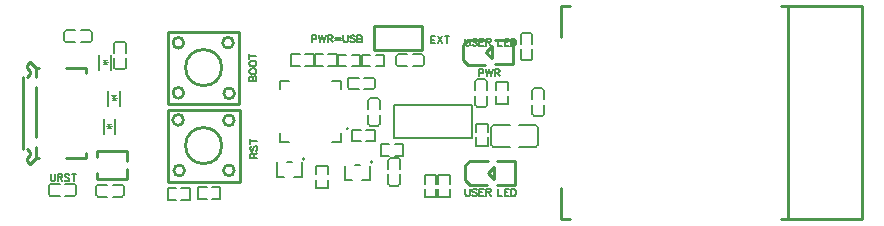
<source format=gto>
G04 Layer: TopSilkscreenLayer*
G04 EasyEDA v6.5.42, 2024-04-08 08:38:15*
G04 e5b43dc0649c40c7af9ec927a61642e9,25835901624346e3b29966769a4e042a,10*
G04 Gerber Generator version 0.2*
G04 Scale: 100 percent, Rotated: No, Reflected: No *
G04 Dimensions in inches *
G04 leading zeros omitted , absolute positions ,3 integer and 6 decimal *
%FSLAX36Y36*%
%MOIN*%

%ADD10C,0.0060*%
%ADD11C,0.0060*%
%ADD12C,0.0051*%
%ADD13C,0.0039*%
%ADD14C,0.0100*%
%ADD15C,0.0059*%
%ADD16C,0.0143*%

%LPD*%
D10*
X2471999Y744499D02*
G01*
X2471999Y720700D01*
X2471999Y744499D02*
G01*
X2482200Y744499D01*
X2485600Y743400D01*
X2486800Y742300D01*
X2487899Y740000D01*
X2487899Y736599D01*
X2486800Y734299D01*
X2485600Y733200D01*
X2482200Y731999D01*
X2471999Y731999D01*
X2495399Y744499D02*
G01*
X2501099Y720700D01*
X2506800Y744499D02*
G01*
X2501099Y720700D01*
X2506800Y744499D02*
G01*
X2512500Y720700D01*
X2518100Y744499D02*
G01*
X2512500Y720700D01*
X2525600Y744499D02*
G01*
X2525600Y720700D01*
X2525600Y744499D02*
G01*
X2535900Y744499D01*
X2539300Y743400D01*
X2540399Y742300D01*
X2541499Y740000D01*
X2541499Y737699D01*
X2540399Y735399D01*
X2539300Y734299D01*
X2535900Y733200D01*
X2525600Y733200D01*
X2533599Y733200D02*
G01*
X2541499Y720700D01*
X2312500Y854800D02*
G01*
X2312500Y830999D01*
X2312500Y854800D02*
G01*
X2327299Y854800D01*
X2312500Y843499D02*
G01*
X2321599Y843499D01*
X2312500Y830999D02*
G01*
X2327299Y830999D01*
X2334799Y854800D02*
G01*
X2350699Y830999D01*
X2350699Y854800D02*
G01*
X2334799Y830999D01*
X2366099Y854800D02*
G01*
X2366099Y830999D01*
X2358199Y854800D02*
G01*
X2374099Y854800D01*
X1915299Y857800D02*
G01*
X1915299Y834000D01*
X1915299Y857800D02*
G01*
X1925500Y857800D01*
X1928900Y856700D01*
X1930100Y855599D01*
X1931199Y853299D01*
X1931199Y849899D01*
X1930100Y847600D01*
X1928900Y846500D01*
X1925500Y845300D01*
X1915299Y845300D01*
X1938699Y857800D02*
G01*
X1944399Y834000D01*
X1950100Y857800D02*
G01*
X1944399Y834000D01*
X1950100Y857800D02*
G01*
X1955799Y834000D01*
X1961400Y857800D02*
G01*
X1955799Y834000D01*
X1968900Y857800D02*
G01*
X1968900Y834000D01*
X1968900Y857800D02*
G01*
X1979200Y857800D01*
X1982600Y856700D01*
X1983699Y855599D01*
X1984799Y853299D01*
X1984799Y850999D01*
X1983699Y848699D01*
X1982600Y847600D01*
X1979200Y846500D01*
X1968900Y846500D01*
X1976899Y846500D02*
G01*
X1984799Y834000D01*
X1992299Y847600D02*
G01*
X2012799Y847600D01*
X1992299Y840799D02*
G01*
X2012799Y840799D01*
X2020299Y857800D02*
G01*
X2020299Y840799D01*
X2021400Y837399D01*
X2023699Y835100D01*
X2027100Y834000D01*
X2029399Y834000D01*
X2032799Y835100D01*
X2035100Y837399D01*
X2036199Y840799D01*
X2036199Y857800D01*
X2059600Y854400D02*
G01*
X2057299Y856700D01*
X2053900Y857800D01*
X2049399Y857800D01*
X2046000Y856700D01*
X2043699Y854400D01*
X2043699Y852100D01*
X2044799Y849899D01*
X2046000Y848699D01*
X2048299Y847600D01*
X2055100Y845300D01*
X2057299Y844200D01*
X2058500Y843099D01*
X2059600Y840799D01*
X2059600Y837399D01*
X2057299Y835100D01*
X2053900Y834000D01*
X2049399Y834000D01*
X2046000Y835100D01*
X2043699Y837399D01*
X2067100Y857800D02*
G01*
X2067100Y834000D01*
X2067100Y857800D02*
G01*
X2077299Y857800D01*
X2080799Y856700D01*
X2081899Y855599D01*
X2083000Y853299D01*
X2083000Y850999D01*
X2081899Y848699D01*
X2080799Y847600D01*
X2077299Y846500D01*
X2067100Y846500D02*
G01*
X2077299Y846500D01*
X2080799Y845300D01*
X2081899Y844200D01*
X2083000Y841900D01*
X2083000Y838499D01*
X2081899Y836199D01*
X2080799Y835100D01*
X2077299Y834000D01*
X2067100Y834000D01*
X2427299Y345999D02*
G01*
X2427299Y329000D01*
X2428400Y325599D01*
X2430699Y323299D01*
X2434099Y322199D01*
X2436400Y322199D01*
X2439799Y323299D01*
X2442100Y325599D01*
X2443199Y329000D01*
X2443199Y345999D01*
X2466599Y342600D02*
G01*
X2464300Y344899D01*
X2460900Y345999D01*
X2456400Y345999D01*
X2453000Y344899D01*
X2450699Y342600D01*
X2450699Y340300D01*
X2451800Y338099D01*
X2453000Y336900D01*
X2455299Y335799D01*
X2462100Y333499D01*
X2464300Y332399D01*
X2465500Y331300D01*
X2466599Y329000D01*
X2466599Y325599D01*
X2464300Y323299D01*
X2460900Y322199D01*
X2456400Y322199D01*
X2453000Y323299D01*
X2450699Y325599D01*
X2474099Y345999D02*
G01*
X2474099Y322199D01*
X2474099Y345999D02*
G01*
X2488900Y345999D01*
X2474099Y334699D02*
G01*
X2483199Y334699D01*
X2474099Y322199D02*
G01*
X2488900Y322199D01*
X2496400Y345999D02*
G01*
X2496400Y322199D01*
X2496400Y345999D02*
G01*
X2506599Y345999D01*
X2510000Y344899D01*
X2511199Y343800D01*
X2512299Y341500D01*
X2512299Y339200D01*
X2511199Y336900D01*
X2510000Y335799D01*
X2506599Y334699D01*
X2496400Y334699D01*
X2504300Y334699D02*
G01*
X2512299Y322199D01*
X2537299Y345999D02*
G01*
X2537299Y322199D01*
X2537299Y322199D02*
G01*
X2550900Y322199D01*
X2558400Y345999D02*
G01*
X2558400Y322199D01*
X2558400Y345999D02*
G01*
X2573199Y345999D01*
X2558400Y334699D02*
G01*
X2567500Y334699D01*
X2558400Y322199D02*
G01*
X2573199Y322199D01*
X2580699Y345999D02*
G01*
X2580699Y322199D01*
X2580699Y345999D02*
G01*
X2588699Y345999D01*
X2592100Y344899D01*
X2594300Y342600D01*
X2595500Y340300D01*
X2596599Y336900D01*
X2596599Y331300D01*
X2595500Y327800D01*
X2594300Y325599D01*
X2592100Y323299D01*
X2588699Y322199D01*
X2580699Y322199D01*
X1706999Y705399D02*
G01*
X1730799Y705399D01*
X1706999Y705399D02*
G01*
X1706999Y715599D01*
X1708100Y719000D01*
X1709200Y720199D01*
X1711499Y721300D01*
X1713800Y721300D01*
X1716099Y720199D01*
X1717200Y719000D01*
X1718299Y715599D01*
X1718299Y705399D02*
G01*
X1718299Y715599D01*
X1719499Y719000D01*
X1720600Y720199D01*
X1722899Y721300D01*
X1726300Y721300D01*
X1728599Y720199D01*
X1729700Y719000D01*
X1730799Y715599D01*
X1730799Y705399D01*
X1706999Y735599D02*
G01*
X1708100Y733400D01*
X1710399Y731100D01*
X1712700Y729899D01*
X1716099Y728800D01*
X1721700Y728800D01*
X1725200Y729899D01*
X1727399Y731100D01*
X1729700Y733400D01*
X1730799Y735599D01*
X1730799Y740199D01*
X1729700Y742399D01*
X1727399Y744699D01*
X1725200Y745900D01*
X1721700Y746999D01*
X1716099Y746999D01*
X1712700Y745900D01*
X1710399Y744699D01*
X1708100Y742399D01*
X1706999Y740199D01*
X1706999Y735599D01*
X1706999Y761300D02*
G01*
X1708100Y759000D01*
X1710399Y756799D01*
X1712700Y755599D01*
X1716099Y754499D01*
X1721700Y754499D01*
X1725200Y755599D01*
X1727399Y756799D01*
X1729700Y759000D01*
X1730799Y761300D01*
X1730799Y765900D01*
X1729700Y768099D01*
X1727399Y770399D01*
X1725200Y771500D01*
X1721700Y772699D01*
X1716099Y772699D01*
X1712700Y771500D01*
X1710399Y770399D01*
X1708100Y768099D01*
X1706999Y765900D01*
X1706999Y761300D01*
X1706999Y788099D02*
G01*
X1730799Y788099D01*
X1706999Y780199D02*
G01*
X1706999Y796100D01*
X1710699Y449800D02*
G01*
X1734499Y449800D01*
X1710699Y449800D02*
G01*
X1710699Y460000D01*
X1711800Y463400D01*
X1712899Y464600D01*
X1715200Y465700D01*
X1717500Y465700D01*
X1719799Y464600D01*
X1720900Y463400D01*
X1721999Y460000D01*
X1721999Y449800D01*
X1721999Y457800D02*
G01*
X1734499Y465700D01*
X1714099Y489099D02*
G01*
X1711800Y486799D01*
X1710699Y483400D01*
X1710699Y478899D01*
X1711800Y475500D01*
X1714099Y473200D01*
X1716400Y473200D01*
X1718599Y474299D01*
X1719799Y475500D01*
X1720900Y477800D01*
X1723199Y484600D01*
X1724300Y486799D01*
X1725399Y488000D01*
X1727700Y489099D01*
X1731099Y489099D01*
X1733400Y486799D01*
X1734499Y483400D01*
X1734499Y478899D01*
X1733400Y475500D01*
X1731099Y473200D01*
X1710699Y504600D02*
G01*
X1734499Y504600D01*
X1710699Y496599D02*
G01*
X1710699Y512500D01*
X1044799Y396100D02*
G01*
X1044799Y379099D01*
X1045900Y375700D01*
X1048199Y373400D01*
X1051599Y372300D01*
X1053900Y372300D01*
X1057299Y373400D01*
X1059600Y375700D01*
X1060699Y379099D01*
X1060699Y396100D01*
X1068199Y396100D02*
G01*
X1068199Y372300D01*
X1068199Y396100D02*
G01*
X1078400Y396100D01*
X1081800Y395000D01*
X1083000Y393899D01*
X1084099Y391599D01*
X1084099Y389299D01*
X1083000Y386999D01*
X1081800Y385900D01*
X1078400Y384800D01*
X1068199Y384800D01*
X1076199Y384800D02*
G01*
X1084099Y372300D01*
X1107500Y392699D02*
G01*
X1105299Y395000D01*
X1101800Y396100D01*
X1097299Y396100D01*
X1093900Y395000D01*
X1091599Y392699D01*
X1091599Y390399D01*
X1092799Y388200D01*
X1093900Y386999D01*
X1096199Y385900D01*
X1103000Y383600D01*
X1105299Y382500D01*
X1106400Y381399D01*
X1107500Y379099D01*
X1107500Y375700D01*
X1105299Y373400D01*
X1101800Y372300D01*
X1097299Y372300D01*
X1093900Y373400D01*
X1091599Y375700D01*
X1123000Y396100D02*
G01*
X1123000Y372300D01*
X1115000Y396100D02*
G01*
X1130900Y396100D01*
X2427029Y846440D02*
G01*
X2427029Y829441D01*
X2428128Y826041D01*
X2430429Y823741D01*
X2433828Y822640D01*
X2436129Y822640D01*
X2439529Y823741D01*
X2441828Y826041D01*
X2442929Y829441D01*
X2442929Y846440D01*
X2466328Y843040D02*
G01*
X2464029Y845340D01*
X2460628Y846440D01*
X2456129Y846440D01*
X2452728Y845340D01*
X2450429Y843040D01*
X2450429Y840740D01*
X2451529Y838541D01*
X2452728Y837341D01*
X2455029Y836241D01*
X2461828Y833940D01*
X2464029Y832840D01*
X2465228Y831741D01*
X2466328Y829441D01*
X2466328Y826041D01*
X2464029Y823741D01*
X2460628Y822640D01*
X2456129Y822640D01*
X2452728Y823741D01*
X2450429Y826041D01*
X2473828Y846440D02*
G01*
X2473828Y822640D01*
X2473828Y846440D02*
G01*
X2488629Y846440D01*
X2473828Y835140D02*
G01*
X2482929Y835140D01*
X2473828Y822640D02*
G01*
X2488629Y822640D01*
X2496129Y846440D02*
G01*
X2496129Y822640D01*
X2496129Y846440D02*
G01*
X2506328Y846440D01*
X2509728Y845340D01*
X2510928Y844241D01*
X2512029Y841941D01*
X2512029Y839641D01*
X2510928Y837341D01*
X2509728Y836241D01*
X2506328Y835140D01*
X2496129Y835140D01*
X2504029Y835140D02*
G01*
X2512029Y822640D01*
X2537029Y846440D02*
G01*
X2537029Y822640D01*
X2537029Y822640D02*
G01*
X2550628Y822640D01*
X2558128Y846440D02*
G01*
X2558128Y822640D01*
X2558128Y846440D02*
G01*
X2572929Y846440D01*
X2558128Y835140D02*
G01*
X2567228Y835140D01*
X2558128Y822640D02*
G01*
X2572929Y822640D01*
X2580429Y846440D02*
G01*
X2580429Y822640D01*
X2580429Y846440D02*
G01*
X2588428Y846440D01*
X2591828Y845340D01*
X2594029Y843040D01*
X2595228Y840740D01*
X2596328Y837341D01*
X2596328Y831741D01*
X2595228Y828240D01*
X2594029Y826041D01*
X2591828Y823741D01*
X2588428Y822640D01*
X2580429Y822640D01*
G36*
X1215980Y776280D02*
G01*
X1226980Y767280D01*
X1237980Y776280D01*
G37*
G36*
X1226980Y767280D02*
G01*
X1215980Y758300D01*
X1237980Y758300D01*
G37*
G36*
X1246000Y657000D02*
G01*
X1257000Y648000D01*
X1268000Y657000D01*
G37*
G36*
X1257000Y648000D02*
G01*
X1246000Y639000D01*
X1268000Y639000D01*
G37*
G36*
X1241000Y554000D02*
G01*
X1230000Y545000D01*
X1252000Y545000D01*
G37*
G36*
X1230000Y563000D02*
G01*
X1241000Y554000D01*
X1252000Y563000D01*
G37*
D11*
X2075163Y424000D02*
G01*
X2058837Y424000D01*
X2084323Y374394D02*
G01*
X2108732Y374394D01*
X2108732Y374394D02*
G01*
X2108732Y423211D01*
X2108732Y423605D01*
X2025267Y374394D02*
G01*
X2025267Y423605D01*
X2025267Y374394D02*
G01*
X2049573Y374394D01*
X1848463Y434670D02*
G01*
X1832137Y434670D01*
X1857623Y385064D02*
G01*
X1882031Y385064D01*
X1882031Y385064D02*
G01*
X1882031Y433881D01*
X1882031Y434275D01*
X1798567Y385064D02*
G01*
X1798567Y434275D01*
X1798567Y385064D02*
G01*
X1822872Y385064D01*
D10*
X2202950Y754722D02*
G01*
X2234056Y754722D01*
X2234056Y793982D02*
G01*
X2202950Y793982D01*
X2196949Y787982D02*
G01*
X2196949Y760722D01*
X2282974Y754722D02*
G01*
X2251868Y754722D01*
X2251868Y793982D02*
G01*
X2282974Y793982D01*
X2288973Y787982D02*
G01*
X2288973Y760722D01*
X2499629Y624987D02*
G01*
X2499629Y656093D01*
X2460370Y656093D02*
G01*
X2460370Y624987D01*
X2466369Y618987D02*
G01*
X2493630Y618987D01*
X2499629Y705012D02*
G01*
X2499629Y673906D01*
X2460370Y673906D02*
G01*
X2460370Y705012D01*
X2466369Y711012D02*
G01*
X2493630Y711012D01*
X2040727Y677712D02*
G01*
X2071833Y677712D01*
X2071833Y716972D02*
G01*
X2040727Y716972D01*
X2034727Y710972D02*
G01*
X2034727Y683712D01*
X2120752Y677712D02*
G01*
X2089646Y677712D01*
X2089646Y716972D02*
G01*
X2120752Y716972D01*
X2126751Y710972D02*
G01*
X2126751Y683712D01*
X2142629Y561988D02*
G01*
X2142629Y593094D01*
X2103370Y593094D02*
G01*
X2103370Y561988D01*
X2109369Y555988D02*
G01*
X2136629Y555988D01*
X2142629Y642011D02*
G01*
X2142629Y610906D01*
X2103370Y610906D02*
G01*
X2103370Y642011D01*
X2109369Y648011D02*
G01*
X2136629Y648011D01*
X1295185Y750109D02*
G01*
X1295185Y781215D01*
X1255924Y781215D02*
G01*
X1255924Y750109D01*
X1261925Y744108D02*
G01*
X1289184Y744108D01*
X1295185Y830133D02*
G01*
X1295185Y799027D01*
X1255924Y799027D02*
G01*
X1255924Y830133D01*
X1261925Y836132D02*
G01*
X1289184Y836132D01*
X1044431Y321601D02*
G01*
X1075537Y321601D01*
X1075537Y360862D02*
G01*
X1044431Y360862D01*
X1038432Y354861D02*
G01*
X1038432Y327602D01*
X1124456Y321601D02*
G01*
X1093350Y321601D01*
X1093350Y360862D02*
G01*
X1124456Y360862D01*
X1130456Y354861D02*
G01*
X1130456Y327602D01*
X1176122Y873825D02*
G01*
X1145016Y873825D01*
X1145016Y834564D02*
G01*
X1176122Y834564D01*
X1182123Y840565D02*
G01*
X1182123Y867824D01*
X1096099Y873825D02*
G01*
X1127205Y873825D01*
X1127205Y834564D02*
G01*
X1096099Y834564D01*
X1090099Y840565D02*
G01*
X1090099Y867824D01*
X2689629Y594987D02*
G01*
X2689629Y626093D01*
X2650370Y626093D02*
G01*
X2650370Y594987D01*
X2656369Y588987D02*
G01*
X2683630Y588987D01*
X2689629Y675012D02*
G01*
X2689629Y643906D01*
X2650370Y643906D02*
G01*
X2650370Y675012D01*
X2656369Y681012D02*
G01*
X2683630Y681012D01*
X2170924Y442910D02*
G01*
X2170924Y411804D01*
X2210185Y411804D02*
G01*
X2210185Y442910D01*
X2204184Y448910D02*
G01*
X2176925Y448910D01*
X2170924Y362887D02*
G01*
X2170924Y393993D01*
X2210185Y393993D02*
G01*
X2210185Y362887D01*
X2204184Y356887D02*
G01*
X2176925Y356887D01*
X2611369Y860012D02*
G01*
X2611369Y828906D01*
X2650630Y828906D02*
G01*
X2650630Y860012D01*
X2644629Y866012D02*
G01*
X2617370Y866012D01*
X2611369Y779987D02*
G01*
X2611369Y811093D01*
X2650630Y811093D02*
G01*
X2650630Y779987D01*
X2644629Y773987D02*
G01*
X2617370Y773987D01*
X1282789Y359565D02*
G01*
X1251683Y359565D01*
X1251683Y320306D02*
G01*
X1282789Y320306D01*
X1288788Y326305D02*
G01*
X1288788Y353566D01*
X1202764Y359565D02*
G01*
X1233870Y359565D01*
X1233870Y320306D02*
G01*
X1202764Y320306D01*
X1196764Y326305D02*
G01*
X1196764Y353566D01*
X2520172Y486750D02*
G01*
X2575684Y486750D01*
X2575684Y557899D02*
G01*
X2520172Y557899D01*
X2514171Y551900D02*
G01*
X2514171Y492750D01*
X2662785Y486750D02*
G01*
X2607273Y486750D01*
X2607273Y557899D02*
G01*
X2662785Y557899D01*
X2668786Y551900D02*
G01*
X2668786Y492750D01*
D12*
X1207299Y741698D02*
G01*
X1207299Y792881D01*
X1246669Y741698D02*
G01*
X1246669Y792881D01*
D13*
X1217983Y767289D02*
G01*
X1236984Y767289D01*
D12*
X1237314Y622408D02*
G01*
X1237314Y673591D01*
X1276684Y622408D02*
G01*
X1276684Y673591D01*
D13*
X1248000Y648000D02*
G01*
X1266999Y648000D01*
D12*
X1260685Y579591D02*
G01*
X1260685Y528409D01*
X1221315Y579591D02*
G01*
X1221315Y528409D01*
D13*
X1250000Y554000D02*
G01*
X1231000Y554000D01*
D14*
X2122314Y887345D02*
G01*
X2282155Y887345D01*
X2122314Y887345D02*
G01*
X2122314Y808604D01*
X2282155Y887345D02*
G01*
X2282155Y808604D01*
X2122314Y808604D02*
G01*
X2282155Y808604D01*
X1164056Y449989D02*
G01*
X1164054Y466141D01*
X1164056Y749209D02*
G01*
X1164054Y733438D01*
X1164056Y449989D02*
G01*
X1095986Y449989D01*
X1164056Y749209D02*
G01*
X1096297Y749209D01*
X951457Y720000D02*
G01*
X951457Y480000D01*
X997357Y450000D02*
G01*
X977357Y430000D01*
X967357Y440000D01*
X967357Y450000D01*
X977357Y460000D01*
X977357Y470000D01*
X967357Y480000D01*
X997357Y750000D02*
G01*
X997357Y720000D01*
X997357Y686610D02*
G01*
X997357Y520000D01*
X997357Y486610D02*
G01*
X997357Y450000D01*
X997357Y750000D02*
G01*
X977357Y770000D01*
X967357Y760000D01*
X967357Y750000D01*
X977357Y740000D01*
X977357Y730000D01*
X967357Y720000D01*
X1007727Y449989D02*
G01*
X997357Y449989D01*
X1007416Y749209D02*
G01*
X997357Y749209D01*
X1298055Y411550D02*
G01*
X1298055Y379454D01*
X1298055Y471975D02*
G01*
X1298055Y439879D01*
X1198055Y398667D02*
G01*
X1198055Y379454D01*
X1198055Y471975D02*
G01*
X1198055Y452762D01*
X1298055Y379454D02*
G01*
X1198055Y379454D01*
X1298055Y471975D02*
G01*
X1198055Y471975D01*
X2515887Y820599D02*
G01*
X2500138Y804850D01*
X2496202Y800913D01*
X2500138Y796966D01*
X2515887Y781219D01*
X2515887Y820599D02*
G01*
X2515887Y781219D01*
X2525462Y760864D02*
G01*
X2586463Y760864D01*
X2586463Y840864D01*
X2525462Y840864D01*
X2494462Y759863D02*
G01*
X2436463Y759863D01*
X2420462Y775864D01*
X2420462Y825864D01*
X2435462Y840864D01*
X2495462Y840864D01*
X2522183Y419302D02*
G01*
X2506435Y403555D01*
X2502497Y399618D01*
X2506435Y395671D01*
X2522183Y379922D01*
X2522183Y419302D02*
G01*
X2522183Y379922D01*
X2531759Y359567D02*
G01*
X2592758Y359567D01*
X2592758Y439567D01*
X2531759Y439567D01*
X2500758Y358568D02*
G01*
X2442758Y358568D01*
X2426759Y374567D01*
X2426759Y424567D01*
X2441759Y439567D01*
X2501759Y439567D01*
D10*
X2530370Y673906D02*
G01*
X2530370Y702175D01*
X2569629Y702175D01*
X2569629Y673906D01*
X2530370Y656093D02*
G01*
X2530370Y627824D01*
X2569629Y627824D01*
X2569629Y656093D01*
X2502915Y517091D02*
G01*
X2502915Y488823D01*
X2463654Y488823D01*
X2463654Y517091D01*
X2502915Y534904D02*
G01*
X2502915Y563173D01*
X2463654Y563173D01*
X2463654Y534904D01*
X1971174Y794009D02*
G01*
X1999443Y794009D01*
X1999443Y754749D01*
X1971174Y754749D01*
X1953361Y794009D02*
G01*
X1925092Y794009D01*
X1925092Y754749D01*
X1953361Y754749D01*
X1463361Y309564D02*
G01*
X1435092Y309564D01*
X1435092Y348825D01*
X1463361Y348825D01*
X1481174Y309564D02*
G01*
X1509443Y309564D01*
X1509443Y348825D01*
X1481174Y348825D01*
X1565028Y311601D02*
G01*
X1536759Y311601D01*
X1536759Y350862D01*
X1565028Y350862D01*
X1582839Y311601D02*
G01*
X1611108Y311601D01*
X1611108Y350862D01*
X1582839Y350862D01*
X2079102Y504380D02*
G01*
X2050833Y504380D01*
X2050833Y543640D01*
X2079102Y543640D01*
X2096913Y504380D02*
G01*
X2125182Y504380D01*
X2125182Y543640D01*
X2096913Y543640D01*
X2048581Y793083D02*
G01*
X2076850Y793083D01*
X2076850Y753823D01*
X2048581Y753823D01*
X2030769Y793083D02*
G01*
X2002500Y793083D01*
X2002500Y753823D01*
X2030769Y753823D01*
X1875398Y755306D02*
G01*
X1847129Y755306D01*
X1847129Y794565D01*
X1875398Y794565D01*
X1893211Y755306D02*
G01*
X1921480Y755306D01*
X1921480Y794565D01*
X1893211Y794565D01*
X1930370Y393906D02*
G01*
X1930370Y422175D01*
X1969629Y422175D01*
X1969629Y393906D01*
X1930370Y376093D02*
G01*
X1930370Y347824D01*
X1969629Y347824D01*
X1969629Y376093D01*
X2128581Y793640D02*
G01*
X2156850Y793640D01*
X2156850Y754380D01*
X2128581Y754380D01*
X2110769Y793640D02*
G01*
X2082500Y793640D01*
X2082500Y754380D01*
X2110769Y754380D01*
X2191359Y496046D02*
G01*
X2219628Y496046D01*
X2219628Y456786D01*
X2191359Y456786D01*
X2173546Y496046D02*
G01*
X2145277Y496046D01*
X2145277Y456786D01*
X2173546Y456786D01*
X2337822Y363101D02*
G01*
X2337822Y391370D01*
X2377083Y391370D01*
X2377083Y363101D01*
X2337822Y345288D02*
G01*
X2337822Y317020D01*
X2377083Y317020D01*
X2377083Y345288D01*
X2291896Y363470D02*
G01*
X2291896Y391739D01*
X2331157Y391739D01*
X2331157Y363470D01*
X2291896Y345659D02*
G01*
X2291896Y317390D01*
X2331157Y317390D01*
X2331157Y345659D01*
X2450952Y516008D02*
G01*
X2189047Y516008D01*
X2189047Y623991D01*
X2450952Y623991D01*
X2450952Y516008D01*
X1837933Y503575D02*
G01*
X1808575Y503575D01*
X1808575Y532932D01*
X1837933Y706424D02*
G01*
X1808575Y706424D01*
X1808575Y677067D01*
X1982066Y503575D02*
G01*
X2011424Y503575D01*
X2011424Y532932D01*
X1982066Y706424D02*
G01*
X2011424Y706424D01*
X2011424Y677067D01*
D14*
X3748681Y245666D02*
G01*
X3494119Y245666D01*
X3748681Y954328D02*
G01*
X3494745Y954328D01*
X3748681Y245666D02*
G01*
X3748681Y954328D01*
X3501282Y245666D02*
G01*
X3501282Y954328D01*
X3481247Y244996D02*
G01*
X3501282Y244996D01*
X2744745Y348180D02*
G01*
X2744745Y244996D01*
X2777611Y244996D01*
X2777611Y954328D02*
G01*
X2744745Y954328D01*
X2744745Y851813D01*
X3501282Y954328D02*
G01*
X3481247Y954328D01*
X1675100Y610100D02*
G01*
X1675100Y369899D01*
X1437799Y369899D01*
X1437799Y610100D01*
X1675100Y610100D01*
X1434899Y629899D02*
G01*
X1434899Y870100D01*
X1672200Y870100D01*
X1672200Y629899D01*
X1434899Y629899D01*
D10*
G75*
G01*
X2202950Y793982D02*
G03*
X2196950Y787982I0J-6000D01*
G75*
G01*
X2196950Y760722D02*
G03*
X2202950Y754722I6000J0D01*
G75*
G01*
X2282974Y793982D02*
G02*
X2288974Y787982I0J-6000D01*
G75*
G01*
X2288974Y760722D02*
G02*
X2282974Y754722I-6000J0D01*
G75*
G01*
X2460370Y624988D02*
G03*
X2466370Y618988I6000J0D01*
G75*
G01*
X2493630Y618988D02*
G03*
X2499630Y624988I0J6000D01*
G75*
G01*
X2460370Y705012D02*
G02*
X2466370Y711012I6000J0D01*
G75*
G01*
X2493630Y711012D02*
G02*
X2499630Y705012I0J-6000D01*
G75*
G01*
X2040728Y716973D02*
G03*
X2034728Y710973I0J-6000D01*
G75*
G01*
X2034728Y683713D02*
G03*
X2040728Y677713I6000J0D01*
G75*
G01*
X2120752Y716973D02*
G02*
X2126752Y710973I0J-6000D01*
G75*
G01*
X2126752Y683713D02*
G02*
X2120752Y677713I-6000J0D01*
G75*
G01*
X2103370Y561988D02*
G03*
X2109370Y555988I6000J0D01*
G75*
G01*
X2136630Y555988D02*
G03*
X2142630Y561988I0J6000D01*
G75*
G01*
X2103370Y642012D02*
G02*
X2109370Y648012I6000J0D01*
G75*
G01*
X2136630Y648012D02*
G02*
X2142630Y642012I0J-6000D01*
G75*
G01*
X1255925Y750109D02*
G03*
X1261925Y744109I6000J0D01*
G75*
G01*
X1289185Y744109D02*
G03*
X1295185Y750109I0J6000D01*
G75*
G01*
X1255925Y830133D02*
G02*
X1261925Y836133I6000J0D01*
G75*
G01*
X1289185Y836133D02*
G02*
X1295185Y830133I0J-6000D01*
G75*
G01*
X1044432Y360862D02*
G03*
X1038432Y354862I0J-6000D01*
G75*
G01*
X1038432Y327602D02*
G03*
X1044432Y321602I6000J0D01*
G75*
G01*
X1124456Y360862D02*
G02*
X1130456Y354862I0J-6000D01*
G75*
G01*
X1130456Y327602D02*
G02*
X1124456Y321602I-6000J0D01*
G75*
G01*
X1176123Y834565D02*
G03*
X1182123Y840565I0J6000D01*
G75*
G01*
X1182123Y867825D02*
G03*
X1176123Y873825I-6000J0D01*
G75*
G01*
X1096099Y834565D02*
G02*
X1090099Y840565I0J6000D01*
G75*
G01*
X1090099Y867825D02*
G02*
X1096099Y873825I6000J0D01*
G75*
G01*
X2650370Y594988D02*
G03*
X2656370Y588988I6000J0D01*
G75*
G01*
X2683630Y588988D02*
G03*
X2689630Y594988I0J6000D01*
G75*
G01*
X2650370Y675012D02*
G02*
X2656370Y681012I6000J0D01*
G75*
G01*
X2683630Y681012D02*
G02*
X2689630Y675012I0J-6000D01*
G75*
G01*
X2210185Y442911D02*
G03*
X2204185Y448911I-6000J0D01*
G75*
G01*
X2176925Y448911D02*
G03*
X2170925Y442911I0J-6000D01*
G75*
G01*
X2210185Y362887D02*
G02*
X2204185Y356887I-6000J0D01*
G75*
G01*
X2176925Y356887D02*
G02*
X2170925Y362887I0J6000D01*
G75*
G01*
X2650630Y860012D02*
G03*
X2644630Y866012I-6000J0D01*
G75*
G01*
X2617370Y866012D02*
G03*
X2611370Y860012I0J-6000D01*
G75*
G01*
X2650630Y779988D02*
G02*
X2644630Y773988I-6000J0D01*
G75*
G01*
X2617370Y773988D02*
G02*
X2611370Y779988I0J6000D01*
G75*
G01*
X1282789Y320306D02*
G03*
X1288789Y326306I0J6000D01*
G75*
G01*
X1288789Y353566D02*
G03*
X1282789Y359566I-6000J0D01*
G75*
G01*
X1202765Y320306D02*
G02*
X1196765Y326306I0J6000D01*
G75*
G01*
X1196765Y353566D02*
G02*
X1202765Y359566I6000J0D01*
G75*
G01*
X2520172Y557900D02*
G03*
X2514172Y551900I0J-6000D01*
G75*
G01*
X2514172Y492750D02*
G03*
X2520172Y486750I6000J0D01*
G75*
G01*
X2662786Y557900D02*
G02*
X2668786Y551900I0J-6000D01*
G75*
G01*
X2668786Y492750D02*
G02*
X2662786Y486750I-6000J0D01*
D15*
G75*
G01
X2117190Y435220D02*
G03X2117190Y435220I-2950J0D01*
G75*
G01
X1890490Y445890D02*
G03X1890490Y445890I-2950J0D01*
G75*
G01
X2036180Y545950D02*
G03X2036180Y545950I-2950J0D01*
D14*
G75*
G01
X1615210Y490000D02*
G03X1615210Y490000I-60210J0D01*
G75*
G01
X1491610Y407130D02*
G03X1491610Y407130I-18030J0D01*
G75*
G01
X1488030Y575710D02*
G03X1488030Y575710I-18030J0D01*
G75*
G01
X1657320Y574290D02*
G03X1657320Y574290I-18030J0D01*
G75*
G01
X1657120Y407400D02*
G03X1657120Y407400I-18030J0D01*
G75*
G01
X1615210Y750000D02*
G03X1615210Y750000I-60210J0D01*
G75*
G01
X1654450Y832870D02*
G03X1654450Y832870I-18030J0D01*
G75*
G01
X1658030Y664290D02*
G03X1658030Y664290I-18030J0D01*
G75*
G01
X1488740Y665710D02*
G03X1488740Y665710I-18030J0D01*
G75*
G01
X1488940Y832600D02*
G03X1488940Y832600I-18030J0D01*
M02*

</source>
